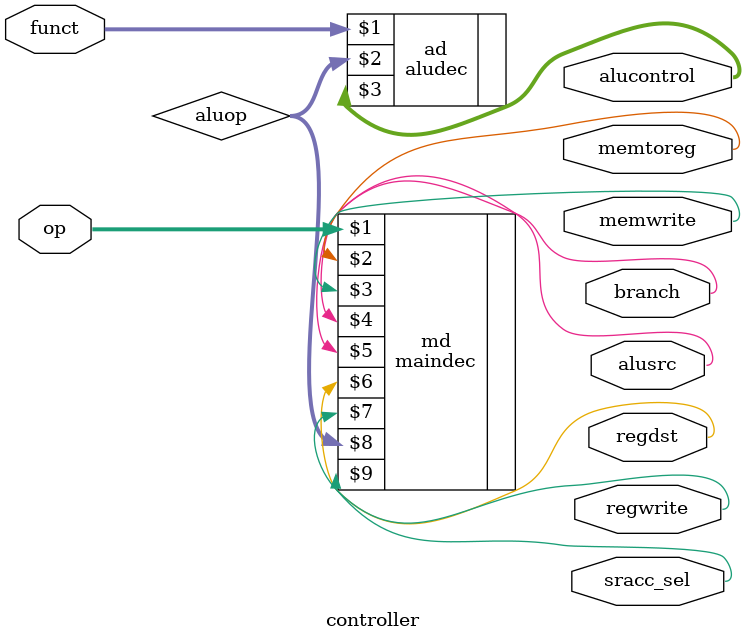
<source format=sv>
`timescale 1ns / 1ps

module controller(input  logic[5:0] op, funct,
                  output logic     memtoreg, memwrite,
                  output logic     alusrc,
                  output logic     regdst, regwrite,
                  output logic[2:0] alucontrol,
                  output logic branch, sracc_sel);

   logic [1:0] aluop;

  maindec md (op, memtoreg, memwrite, branch, alusrc, regdst, regwrite, aluop, sracc_sel);

   aludec  ad (funct, aluop, alucontrol);

endmodule
</source>
